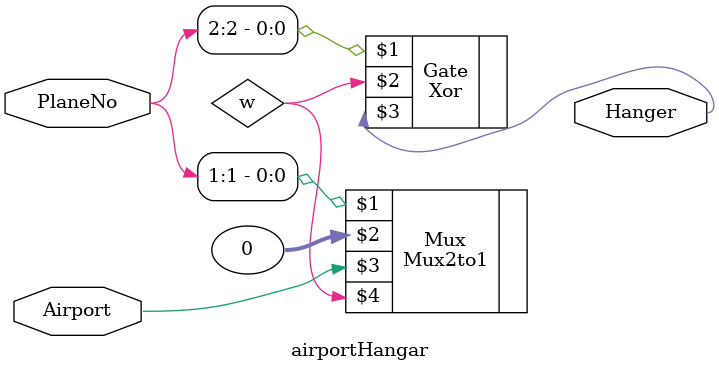
<source format=v>
`timescale 1ns / 1ps

`include "../include/Xor.v"
`include "../inclue/Mux2to1.v"

module airportHangar(
    input [3:0] PlaneNo,
    input Airport,
    output Hanger
    );

wire w;

Mux2to1 Mux(PlaneNo[1], 0, Airport, w);
Xor Gate(PlaneNo[2], w, Hanger);

// Airport = 0 is Kolkata and Airport = 1 is Chennai
// Output = 0 for Hanger A and Output = 1 for Hanger B

endmodule

</source>
